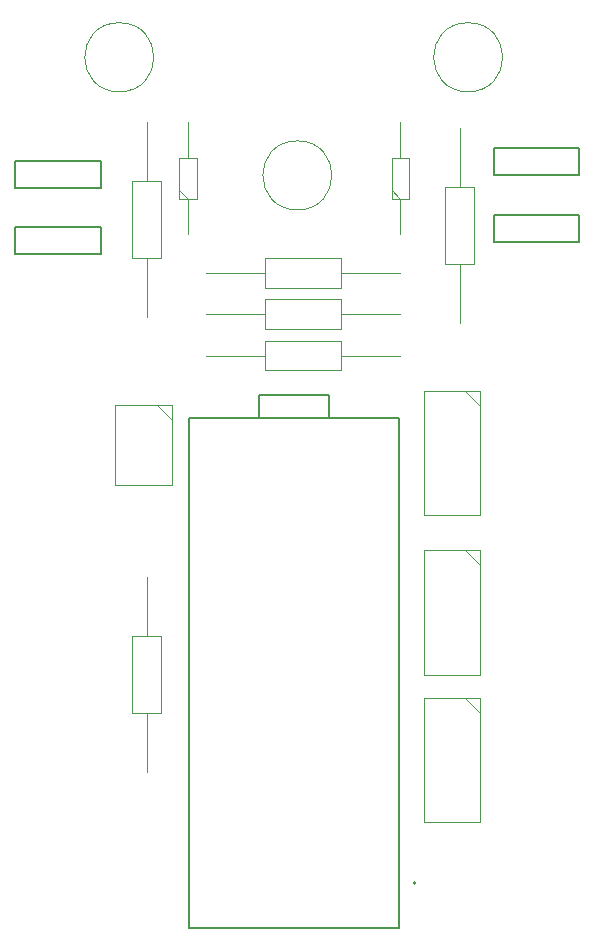
<source format=gbr>
%TF.GenerationSoftware,Altium Limited,Altium Designer,22.7.1 (60)*%
G04 Layer_Color=16711935*
%FSLAX45Y45*%
%MOMM*%
%TF.SameCoordinates,6F5B2F55-B7AD-49D5-9618-4F223791D6AE*%
%TF.FilePolarity,Positive*%
%TF.FileFunction,Other,Mechanical_13*%
%TF.Part,Single*%
G01*
G75*
%TA.AperFunction,NonConductor*%
%ADD39C,0.20000*%
%ADD41C,0.10000*%
%ADD42C,0.12700*%
D39*
X3530000Y560000D02*
G03*
X3530000Y560000I-10000J0D01*
G01*
X139300Y5885700D02*
Y6114300D01*
Y5885700D02*
X860700D01*
Y6114300D01*
X139300D02*
X860700D01*
X139300Y6443675D02*
Y6672275D01*
Y6443675D02*
X860700D01*
Y6672275D01*
X139300D02*
X860700D01*
X4910700Y6549725D02*
Y6778325D01*
X4189300D02*
X4910700D01*
X4189300Y6549725D02*
Y6778325D01*
Y6549725D02*
X4910700D01*
Y5985700D02*
Y6214300D01*
X4189300D02*
X4910700D01*
X4189300Y5985700D02*
Y6214300D01*
Y5985700D02*
X4910700D01*
D41*
X3973000Y7257700D02*
G03*
X3973000Y7842300I0J292300D01*
G01*
D02*
G03*
X3973000Y7257700I0J-292300D01*
G01*
X1019324D02*
G03*
X1019324Y7842300I0J292300D01*
G01*
D02*
G03*
X1019324Y7257700I0J-292300D01*
G01*
X2527000Y6257700D02*
G03*
X2527000Y6842300I0J292300D01*
G01*
D02*
G03*
X2527000Y6257700I0J-292300D01*
G01*
X4069500Y3673000D02*
Y4727000D01*
X3600500Y3673000D02*
X4069500D01*
X3600500D02*
Y4727000D01*
X4069500D01*
X3942500D02*
X4069500Y4600000D01*
Y2323000D02*
Y3377000D01*
X3600500Y2323000D02*
X4069500D01*
X3600500D02*
Y3377000D01*
X4069500D01*
X3942500D02*
X4069500Y3250000D01*
Y1073000D02*
Y2127000D01*
X3600500Y1073000D02*
X4069500D01*
X3600500D02*
Y2127000D01*
X4069500D01*
X3942500D02*
X4069500Y2000000D01*
X1375000Y5850000D02*
Y6500000D01*
X1125000Y5850000D02*
X1375000D01*
X1125000D02*
Y6500000D01*
X1375000D01*
X1250000D02*
Y7000000D01*
Y5350000D02*
Y5850000D01*
X4025000Y5800000D02*
Y6450000D01*
X3775000Y5800000D02*
X4025000D01*
X3775000D02*
Y6450000D01*
X4025000D01*
X3900000D02*
Y6950000D01*
Y5300000D02*
Y5800000D01*
X1375000Y2000000D02*
Y2650000D01*
X1125000Y2000000D02*
X1375000D01*
X1125000D02*
Y2650000D01*
X1375000D01*
X1250000D02*
Y3150000D01*
Y1500000D02*
Y2000000D01*
X1467000Y3929000D02*
Y4609000D01*
X979000Y3929000D02*
X1467000D01*
X979000D02*
Y4609000D01*
X1467000D01*
X1340000D02*
X1467000Y4482000D01*
X2250000Y5599575D02*
X2900000D01*
X2250000D02*
Y5849575D01*
X2900000D01*
Y5599575D02*
Y5849575D01*
Y5724575D02*
X3400000D01*
X1750000D02*
X2250000D01*
Y5249149D02*
X2900000D01*
X2250000D02*
Y5499149D01*
X2900000D01*
Y5249149D02*
Y5499149D01*
Y5374149D02*
X3400000D01*
X1750000D02*
X2250000D01*
Y4898724D02*
X2900000D01*
X2250000D02*
Y5148724D01*
X2900000D01*
Y4898724D02*
Y5148724D01*
Y5023724D02*
X3400000D01*
X1750000D02*
X2250000D01*
X3325000Y6350000D02*
Y6700000D01*
X3475000D01*
Y6350000D02*
Y6700000D01*
X3325000Y6350000D02*
X3475000D01*
X3325000Y6425000D02*
X3400000Y6350000D01*
Y6050000D02*
Y6350000D01*
Y6700000D02*
Y7000000D01*
X1525000Y6350000D02*
Y6700000D01*
X1675000D01*
Y6350000D02*
Y6700000D01*
X1525000Y6350000D02*
X1675000D01*
X1525000Y6425000D02*
X1600000Y6350000D01*
Y6050000D02*
Y6350000D01*
Y6700000D02*
Y7000000D01*
D42*
X2200000Y4499000D02*
Y4689500D01*
X2797000D01*
Y4499000D02*
Y4689500D01*
X3389000Y181000D02*
Y4499000D01*
X2797000D02*
X3389000D01*
X2200000D02*
X2797000D01*
X1611000D02*
X2200000D01*
X1611000Y181000D02*
Y4499000D01*
Y181000D02*
X3389000D01*
%TF.MD5,78e689cc890a30680d6f5dabf28d7357*%
M02*

</source>
